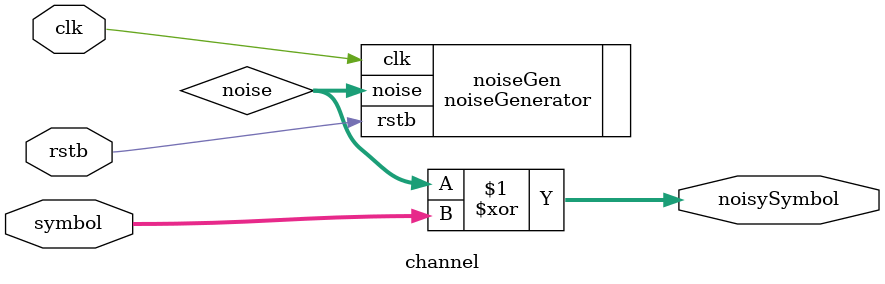
<source format=v>
`timescale 1ns / 1ps
module channel (
    input clk,
    input rstb,
    input [7 : 0] symbol,
    output [7 : 0] noisySymbol
);

wire [7 : 0] noise;

noiseGenerator noiseGen (
    .clk(clk),
    .rstb(rstb),
    .noise(noise)
);

assign noisySymbol = noise ^ symbol;

endmodule

</source>
